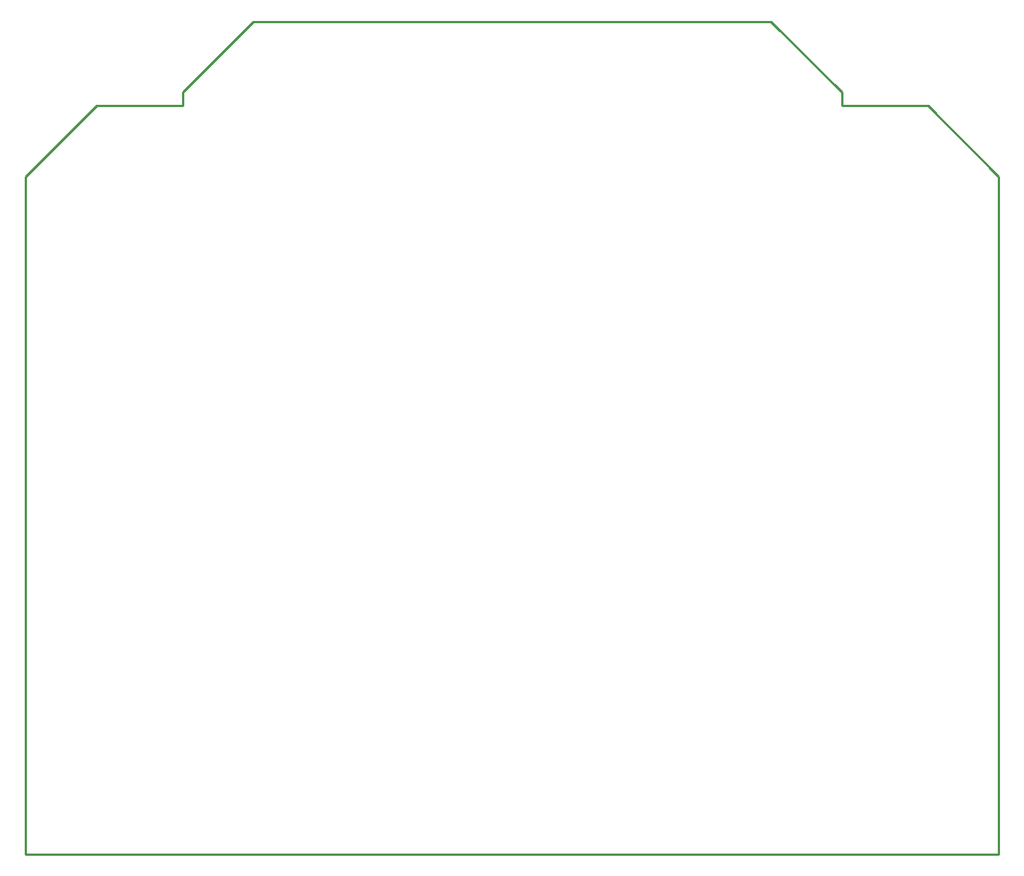
<source format=gm1>
G04*
G04 #@! TF.GenerationSoftware,Altium Limited,Altium Designer,21.3.2 (30)*
G04*
G04 Layer_Color=16711935*
%FSLAX44Y44*%
%MOMM*%
G71*
G04*
G04 #@! TF.SameCoordinates,4244C718-2E5F-4D70-85F9-B0E7FB749B1B*
G04*
G04*
G04 #@! TF.FilePolarity,Positive*
G04*
G01*
G75*
%ADD10C,0.2540*%
D10*
X1020000Y-95000D02*
X1100000Y-175000D01*
X922500Y-95000D02*
X1020000D01*
X922500D02*
Y-80000D01*
X842500Y0D02*
X922500Y-80000D01*
X257500Y0D02*
X842500D01*
X0Y-175000D02*
X80000Y-95000D01*
X177500D01*
Y-80000D01*
X257500Y0D01*
X20Y-941230D02*
X1100020D01*
X20D02*
X20Y-175000D01*
X1100020Y-941230D02*
X1100020Y-175000D01*
M02*

</source>
